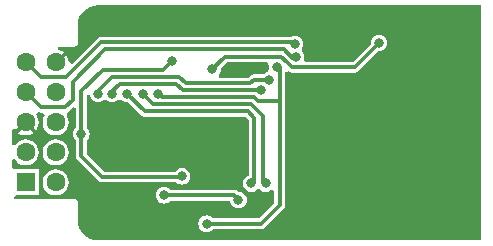
<source format=gbr>
%TF.GenerationSoftware,Altium Limited,Altium Designer,22.7.1 (60)*%
G04 Layer_Physical_Order=2*
G04 Layer_Color=16711680*
%FSLAX45Y45*%
%MOMM*%
%TF.SameCoordinates,4B427231-4539-4B88-BEA9-E7C0DB0DE592*%
%TF.FilePolarity,Positive*%
%TF.FileFunction,Copper,L2,Bot,Signal*%
%TF.Part,Single*%
G01*
G75*
%TA.AperFunction,Conductor*%
%ADD20C,0.30000*%
%TA.AperFunction,ComponentPad*%
%ADD21R,1.60000X1.60000*%
%ADD22C,1.60000*%
%TA.AperFunction,ViaPad*%
%ADD23C,0.80000*%
G36*
X4007612Y30588D02*
X758632D01*
X728277Y33577D01*
X725608Y34108D01*
X696418Y42963D01*
X693906Y44004D01*
X667003Y58384D01*
X664743Y59893D01*
X641164Y79244D01*
X639238Y81170D01*
X619888Y104749D01*
X618377Y107010D01*
X603998Y133912D01*
X602957Y136425D01*
X594102Y165615D01*
X593571Y168283D01*
X590581Y198638D01*
Y350012D01*
X588253Y361717D01*
X581623Y371641D01*
X571699Y378271D01*
X559994Y380600D01*
X54409D01*
X51702Y384709D01*
X52607Y390530D01*
X65171Y409710D01*
X259707D01*
Y629709D01*
X55588D01*
X39708Y629709D01*
X30588Y650931D01*
Y708606D01*
X46907Y715428D01*
X55588Y715674D01*
X71255Y695257D01*
X94233Y677625D01*
X120992Y666541D01*
X149708Y662760D01*
X178423Y666541D01*
X205182Y677625D01*
X228160Y695257D01*
X245792Y718235D01*
X256876Y744994D01*
X260657Y773709D01*
X256876Y802425D01*
X245792Y829184D01*
X228160Y852162D01*
X205182Y869794D01*
X178423Y880878D01*
X149708Y884658D01*
X120992Y880878D01*
X94233Y869794D01*
X71255Y852162D01*
X55588Y831744D01*
X46907Y831991D01*
X30588Y838813D01*
Y962606D01*
X46907Y969428D01*
X55588Y969674D01*
X62045Y961260D01*
X139101Y1038316D01*
X149708Y1027709D01*
X160314Y1038316D01*
X237371Y961259D01*
X245792Y972235D01*
X256876Y998994D01*
X260657Y1027709D01*
X256876Y1056425D01*
X245792Y1083184D01*
X233204Y1099589D01*
X250525Y1118083D01*
X259149Y1112320D01*
X276708Y1108828D01*
X295788D01*
X308117Y1083828D01*
X307623Y1083184D01*
X296539Y1056425D01*
X292759Y1027709D01*
X296539Y998994D01*
X307623Y972235D01*
X325255Y949257D01*
X348233Y931625D01*
X374992Y920541D01*
X403708Y916760D01*
X432423Y920541D01*
X459182Y931625D01*
X482160Y949257D01*
X499792Y972235D01*
X510876Y998994D01*
X514657Y1027709D01*
X510876Y1056425D01*
X499792Y1083184D01*
X497692Y1085920D01*
X500326Y1101114D01*
X506683Y1115271D01*
X517153Y1122266D01*
X551010Y1156124D01*
X574107Y1146557D01*
Y983022D01*
X570064Y979920D01*
X558844Y965298D01*
X551791Y948269D01*
X549385Y929996D01*
X551791Y911722D01*
X558844Y894694D01*
X570064Y880071D01*
X574107Y876969D01*
Y740004D01*
X577600Y722445D01*
X587545Y707560D01*
X762551Y532554D01*
X777436Y522609D01*
X794995Y519116D01*
X1421327D01*
X1434698Y508857D01*
X1451726Y501803D01*
X1470000Y499398D01*
X1488273Y501803D01*
X1505302Y508857D01*
X1519924Y520077D01*
X1531144Y534699D01*
X1538198Y551728D01*
X1540603Y570001D01*
X1538198Y588275D01*
X1531144Y605303D01*
X1519924Y619926D01*
X1505302Y631146D01*
X1488273Y638199D01*
X1470000Y640605D01*
X1451726Y638199D01*
X1434698Y631146D01*
X1420075Y619926D01*
X1413133Y610879D01*
X813999D01*
X665870Y759008D01*
Y876969D01*
X669913Y880071D01*
X681133Y894694D01*
X688187Y911722D01*
X690592Y929996D01*
X688187Y948269D01*
X681133Y965298D01*
X669913Y979920D01*
X665870Y983022D01*
Y1257116D01*
X690870Y1258754D01*
X691795Y1251726D01*
X698849Y1234698D01*
X710069Y1220076D01*
X724691Y1208855D01*
X741720Y1201802D01*
X759993Y1199396D01*
X778267Y1201802D01*
X795295Y1208855D01*
X802791Y1214607D01*
X830181Y1219979D01*
X844803Y1208759D01*
X861831Y1201705D01*
X880105Y1199300D01*
X898378Y1201705D01*
X915407Y1208759D01*
X930029Y1219979D01*
X960081Y1220076D01*
X974704Y1208855D01*
X991732Y1201802D01*
X1010006Y1199396D01*
X1015052Y1200061D01*
X1127547Y1087547D01*
X1127548Y1087546D01*
X1127549Y1087544D01*
X1134627Y1082815D01*
X1142431Y1077600D01*
X1142433Y1077600D01*
X1142435Y1077599D01*
X1151258Y1075844D01*
X1159989Y1074106D01*
X1159991Y1074106D01*
X1159993Y1074106D01*
X2010993D01*
X2039118Y1045991D01*
Y577128D01*
X2024689Y571151D01*
X2010066Y559931D01*
X1998846Y545309D01*
X1991793Y528280D01*
X1989387Y510007D01*
X1991793Y491733D01*
X1998846Y474705D01*
X2010066Y460082D01*
X2024689Y448862D01*
X2041717Y441809D01*
X2059991Y439403D01*
X2078264Y441809D01*
X2095293Y448862D01*
X2109915Y460082D01*
X2130082D01*
X2144704Y448862D01*
X2161732Y441809D01*
X2180006Y439403D01*
X2198279Y441809D01*
X2215308Y448862D01*
X2229118Y459459D01*
X2232928Y458899D01*
X2254118Y450538D01*
Y349006D01*
X2120996Y215884D01*
X1733033D01*
X1729931Y219927D01*
X1715309Y231147D01*
X1698280Y238200D01*
X1680007Y240606D01*
X1661733Y238200D01*
X1644705Y231147D01*
X1630082Y219927D01*
X1618862Y205304D01*
X1611809Y188276D01*
X1609403Y170002D01*
X1611809Y151729D01*
X1618862Y134700D01*
X1630082Y120078D01*
X1644705Y108858D01*
X1661733Y101804D01*
X1680007Y99398D01*
X1698280Y101804D01*
X1715309Y108858D01*
X1729931Y120078D01*
X1733033Y124121D01*
X2140001D01*
X2157559Y127613D01*
X2172444Y137559D01*
X2332443Y297558D01*
X2342389Y312443D01*
X2345882Y330001D01*
Y1453109D01*
X2357349Y1457859D01*
X2370881Y1461093D01*
X2383575Y1452611D01*
X2401133Y1449119D01*
X2935002D01*
X2952561Y1452611D01*
X2967445Y1462557D01*
X3134946Y1630058D01*
X3139999Y1629393D01*
X3158272Y1631799D01*
X3175301Y1638852D01*
X3189923Y1650072D01*
X3201143Y1664695D01*
X3208197Y1681723D01*
X3210603Y1699997D01*
X3208197Y1718270D01*
X3201143Y1735299D01*
X3189923Y1749921D01*
X3175301Y1761141D01*
X3158272Y1768195D01*
X3139999Y1770600D01*
X3121725Y1768195D01*
X3104697Y1761141D01*
X3090074Y1749921D01*
X3078854Y1735299D01*
X3071801Y1718270D01*
X3069395Y1699997D01*
X3070060Y1694944D01*
X2915997Y1540882D01*
X2522881D01*
X2508931Y1556729D01*
X2505019Y1565882D01*
X2506886Y1580059D01*
X2504480Y1598333D01*
X2497427Y1615361D01*
X2486207Y1629984D01*
X2491137Y1654687D01*
X2498191Y1671715D01*
X2500596Y1689989D01*
X2498191Y1708263D01*
X2491137Y1725291D01*
X2479917Y1739913D01*
X2465295Y1751134D01*
X2448266Y1758187D01*
X2429993Y1760593D01*
X2411719Y1758187D01*
X2394691Y1751134D01*
X2394362Y1750881D01*
X2361563D01*
X2360659Y1751061D01*
X1750475D01*
X1749571Y1750881D01*
X785013D01*
X776281Y1749145D01*
X767457Y1747390D01*
X767456Y1747389D01*
X767455Y1747389D01*
X760650Y1742842D01*
X752571Y1737445D01*
X538213Y1523106D01*
X514535Y1534784D01*
X514657Y1535709D01*
X510876Y1564425D01*
X499792Y1591184D01*
X491370Y1602159D01*
X414314Y1525103D01*
X393101Y1546316D01*
X470157Y1623372D01*
X459182Y1631794D01*
X432423Y1642878D01*
X420794Y1644409D01*
X422432Y1669409D01*
X559994D01*
X571699Y1671737D01*
X581623Y1678368D01*
X588253Y1688291D01*
X590581Y1699997D01*
Y1851371D01*
X593571Y1881725D01*
X594102Y1884395D01*
X602956Y1913583D01*
X603998Y1916097D01*
X618377Y1942998D01*
X619888Y1945260D01*
X639237Y1968837D01*
X641166Y1970766D01*
X664741Y1990113D01*
X667005Y1991626D01*
X693903Y2006004D01*
X696421Y2007047D01*
X725607Y2015900D01*
X728278Y2016431D01*
X758632Y2019421D01*
X4007612D01*
Y30588D01*
D02*
G37*
G36*
X2202895Y1523717D02*
X2207000Y1514298D01*
X2205142Y1500180D01*
X2207548Y1481906D01*
X2209096Y1478167D01*
X2196154Y1452218D01*
X2194403Y1451017D01*
X2194170Y1450986D01*
X2177141Y1443933D01*
X2166635Y1435871D01*
X2079989D01*
X2062431Y1432379D01*
X2047546Y1422433D01*
X2030995Y1405882D01*
X1789446D01*
X1781082Y1427129D01*
X1780532Y1430882D01*
X1791139Y1444705D01*
X1798192Y1461734D01*
X1800598Y1480007D01*
X1799933Y1485060D01*
X1854172Y1539298D01*
X2189122D01*
X2202895Y1523717D01*
D02*
G37*
%LPC*%
G36*
X149708Y1006496D02*
X83258Y940047D01*
X94233Y931625D01*
X120992Y920541D01*
X149708Y916760D01*
X178423Y920541D01*
X205182Y931625D01*
X216158Y940046D01*
X149708Y1006496D01*
D02*
G37*
G36*
X403708Y884658D02*
X374992Y880878D01*
X348233Y869794D01*
X325255Y852162D01*
X307623Y829184D01*
X296539Y802425D01*
X292759Y773709D01*
X296539Y744994D01*
X307623Y718235D01*
X325255Y695257D01*
X348233Y677625D01*
X374992Y666541D01*
X403708Y662760D01*
X432423Y666541D01*
X459182Y677625D01*
X482160Y695257D01*
X499792Y718235D01*
X510876Y744994D01*
X514657Y773709D01*
X510876Y802425D01*
X499792Y829184D01*
X482160Y852162D01*
X459182Y869794D01*
X432423Y880878D01*
X403708Y884658D01*
D02*
G37*
G36*
Y630658D02*
X374992Y626878D01*
X348233Y615794D01*
X325255Y598162D01*
X307623Y575184D01*
X296539Y548425D01*
X292759Y519709D01*
X296539Y490994D01*
X307623Y464235D01*
X325255Y441257D01*
X348233Y423625D01*
X374992Y412541D01*
X403708Y408760D01*
X432423Y412541D01*
X459182Y423625D01*
X482160Y441257D01*
X499792Y464235D01*
X510876Y490994D01*
X514657Y519709D01*
X510876Y548425D01*
X499792Y575184D01*
X482160Y598162D01*
X459182Y615794D01*
X432423Y626878D01*
X403708Y630658D01*
D02*
G37*
G36*
X1319987Y480611D02*
X1301714Y478205D01*
X1284685Y471151D01*
X1270063Y459931D01*
X1258843Y445309D01*
X1251789Y428280D01*
X1249383Y410007D01*
X1251789Y391733D01*
X1258843Y374705D01*
X1270063Y360082D01*
X1284685Y348862D01*
X1301714Y341809D01*
X1319987Y339403D01*
X1338261Y341809D01*
X1355289Y348862D01*
X1369912Y360082D01*
X1373014Y364125D01*
X1880179D01*
X1881811Y351728D01*
X1888864Y334700D01*
X1900084Y320077D01*
X1914707Y308857D01*
X1931735Y301804D01*
X1950009Y299398D01*
X1968282Y301804D01*
X1985311Y308857D01*
X1999933Y320077D01*
X2011153Y334700D01*
X2018207Y351728D01*
X2020613Y370002D01*
X2018207Y388275D01*
X2011153Y405304D01*
X1999933Y419926D01*
X1985311Y431146D01*
X1968282Y438200D01*
X1950009Y440606D01*
X1944956Y439940D01*
X1942447Y442450D01*
X1927562Y452396D01*
X1910004Y455888D01*
X1373014D01*
X1369912Y459931D01*
X1355289Y471151D01*
X1338261Y478205D01*
X1319987Y480611D01*
D02*
G37*
%LPD*%
D20*
X2935002Y1495000D02*
X3139999Y1699997D01*
X2470208Y1495000D02*
X2935002D01*
X2360746Y1535388D02*
X2401133Y1495000D01*
X2470208D01*
X2434267Y1578044D02*
X2436282Y1580059D01*
X1835167Y1585180D02*
X2240538D01*
X1729994Y1480007D02*
X1835167Y1585180D01*
X819984Y1645000D02*
X1775148D01*
X1750475Y1705180D02*
X1935255D01*
X1775148Y1645000D02*
X1775327Y1645180D01*
X1960108D01*
X785013Y1705000D02*
X1750295D01*
X1750475Y1705180D01*
X1960108Y1645180D02*
X2215685D01*
X1935255Y1705180D02*
X2190832D01*
X1504853Y1360000D02*
X1686136D01*
X1449853Y1415000D02*
X1504853Y1360000D01*
X2079989Y1389990D02*
X2199996D01*
X2050000Y1360000D02*
X2079989Y1389990D01*
X1686136Y1360000D02*
X2050000D01*
X2300000Y330001D02*
Y1500180D01*
X2114706Y1205000D02*
X2290006D01*
X2300000Y1214994D01*
X2140001Y170002D02*
X2300000Y330001D01*
X2275746Y1500180D02*
X2300000D01*
X2405986Y1575000D02*
X2430000D01*
X2433044Y1578044D02*
X2434267D01*
X2430000Y1575000D02*
X2433044Y1578044D01*
X2360659Y1705180D02*
X2360839Y1705000D01*
X488693Y1408707D02*
X785013Y1705000D01*
X2190832Y1705180D02*
X2360659D01*
X2240538Y1585180D02*
X2310953D01*
X2360746Y1535388D01*
X2335806Y1645180D02*
X2405986Y1575000D01*
X2215685Y1645180D02*
X2335806D01*
X2360839Y1705000D02*
X2414982D01*
X2209836Y1380174D02*
Y1380181D01*
X2199996Y1389990D02*
X2209836Y1380174D01*
X1480003Y1299997D02*
X2139893D01*
X2079718Y1239987D02*
X2114706Y1205000D01*
X2209836Y1380181D02*
X2212443Y1382788D01*
X2139893Y1299997D02*
Y1300105D01*
X2155000Y510007D02*
Y1079853D01*
X2155000Y510007D02*
X2180006D01*
X2155000Y510007D02*
X2155000Y510007D01*
X2085000D02*
Y1065001D01*
X2059991Y510007D02*
X2085000D01*
X2054866Y1179987D02*
X2155000Y1079853D01*
X1300013Y1239987D02*
X1980288D01*
X1230015Y1179987D02*
X2005141D01*
X1140003Y1270000D02*
X1230015Y1179987D01*
X2005141D02*
X2054866D01*
X2029993Y1119988D02*
X2085000Y1065001D01*
X1270000Y1270000D02*
X1300013Y1239987D01*
X1980288D02*
X2079718D01*
X804999Y1475000D02*
X1314878D01*
X619989Y1289990D02*
X804999Y1475000D01*
X759993Y1270000D02*
Y1294993D01*
X880000Y1415000D02*
X1449853D01*
X759993Y1294993D02*
X880000Y1415000D01*
X880008Y1270000D02*
X880105Y1269903D01*
X1314878Y1475000D02*
X1389990Y1550111D01*
X880008Y1289990D02*
X944991Y1355000D01*
X1425000D02*
X1480003Y1299997D01*
X944991Y1355000D02*
X1425000D01*
X2414982Y1705000D02*
X2429993Y1689989D01*
X545000Y1369988D02*
X819984Y1645000D01*
X545000Y1215000D02*
Y1369988D01*
X276708Y1408709D02*
X488691D01*
X484709Y1154709D02*
X545000Y1215000D01*
X276708Y1154709D02*
X484709D01*
X149708Y1535709D02*
X276708Y1408709D01*
X1159993Y1119988D02*
X2029993D01*
X1010006Y1270000D02*
X1159993Y1119988D01*
X149708Y1281709D02*
X276708Y1154709D01*
X1319987Y410007D02*
X1910004D01*
X1950009Y370002D01*
X1680007Y170002D02*
X2140001D01*
X880008Y1270000D02*
Y1289990D01*
X619989Y929996D02*
Y1289990D01*
Y740004D02*
Y929996D01*
Y740004D02*
X794995Y564998D01*
X1464996D02*
X1470000Y570001D01*
X794995Y564998D02*
X1464996D01*
D21*
X149708Y519709D02*
D03*
D22*
X403708Y1281709D02*
D03*
X149708Y1535709D02*
D03*
Y1281709D02*
D03*
X403708Y1027709D02*
D03*
X149708D02*
D03*
X403708Y773709D02*
D03*
X149708D02*
D03*
X403708Y519709D02*
D03*
Y1535709D02*
D03*
D23*
X2436282Y1580059D02*
D03*
X2275746Y1500180D02*
D03*
X2139893Y1300105D02*
D03*
X2212443Y1382788D02*
D03*
X880105Y1269903D02*
D03*
X2429993Y1689989D02*
D03*
X1729994Y1480007D02*
D03*
X1010006Y1270000D02*
D03*
X1270000D02*
D03*
X1140003D02*
D03*
X1969999Y1450010D02*
D03*
X759993Y1270000D02*
D03*
X3599993Y799998D02*
D03*
X2699995D02*
D03*
X1799996D02*
D03*
X1950009Y370002D02*
D03*
X1319987Y410007D02*
D03*
X1680007Y170002D02*
D03*
X3139999Y1699997D02*
D03*
X2180006Y510007D02*
D03*
X2699995Y1199998D02*
D03*
X2059991Y510007D02*
D03*
X619989Y929996D02*
D03*
X1470000Y570001D02*
D03*
X1389990Y1550111D02*
D03*
X3599993Y1199998D02*
D03*
%TF.MD5,ba39a1b64c605e761d780a1dcc02382f*%
M02*

</source>
